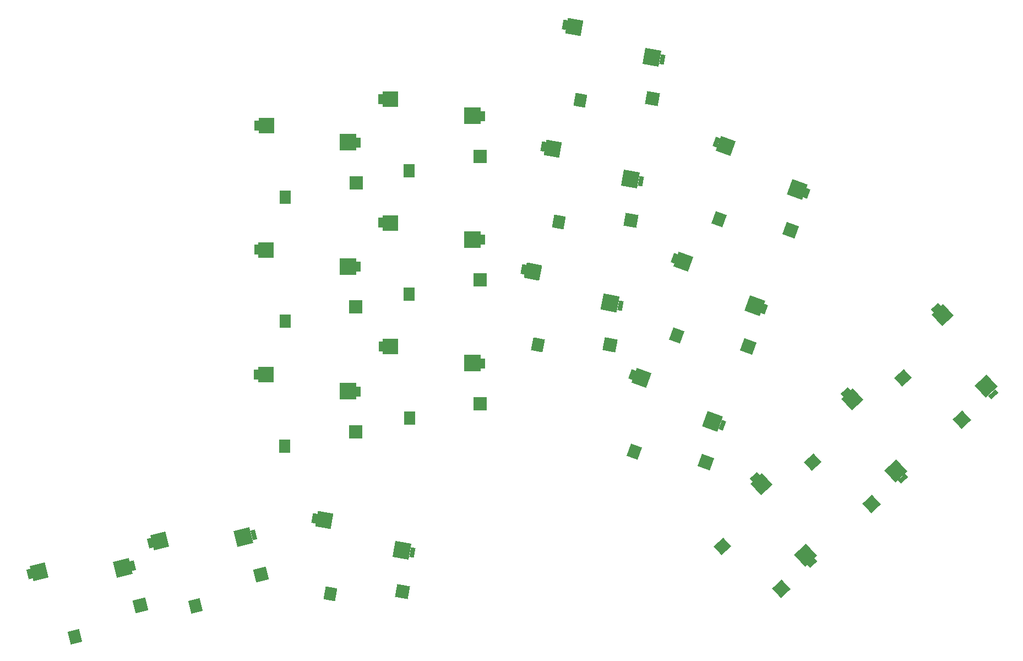
<source format=gbr>
%TF.GenerationSoftware,KiCad,Pcbnew,(6.0.2)*%
%TF.CreationDate,2022-03-03T13:29:24+00:00*%
%TF.ProjectId,yggdrasil,79676764-7261-4736-996c-2e6b69636164,1.0.0*%
%TF.SameCoordinates,Original*%
%TF.FileFunction,Paste,Top*%
%TF.FilePolarity,Positive*%
%FSLAX46Y46*%
G04 Gerber Fmt 4.6, Leading zero omitted, Abs format (unit mm)*
G04 Created by KiCad (PCBNEW (6.0.2)) date 2022-03-03 13:29:24*
%MOMM*%
%LPD*%
G01*
G04 APERTURE LIST*
G04 Aperture macros list*
%AMRotRect*
0 Rectangle, with rotation*
0 The origin of the aperture is its center*
0 $1 length*
0 $2 width*
0 $3 Rotation angle, in degrees counterclockwise*
0 Add horizontal line*
21,1,$1,$2,0,0,$3*%
G04 Aperture macros list end*
%ADD10RotRect,2.000000X2.000000X160.000000*%
%ADD11RotRect,2.400000X2.400000X160.000000*%
%ADD12RotRect,0.700000X1.500000X340.000000*%
%ADD13RotRect,2.500000X2.500000X160.000000*%
%ADD14RotRect,1.800000X2.000000X160.000000*%
%ADD15RotRect,2.000000X2.000000X133.000000*%
%ADD16RotRect,2.400000X2.400000X133.000000*%
%ADD17RotRect,0.700000X1.500000X313.000000*%
%ADD18RotRect,1.800000X2.000000X133.000000*%
%ADD19RotRect,2.500000X2.500000X133.000000*%
%ADD20RotRect,2.400000X2.400000X170.000000*%
%ADD21RotRect,2.000000X2.000000X170.000000*%
%ADD22RotRect,0.700000X1.500000X350.000000*%
%ADD23RotRect,1.800000X2.000000X170.000000*%
%ADD24RotRect,2.500000X2.500000X170.000000*%
%ADD25R,0.700000X1.500000*%
%ADD26R,2.400000X2.400000*%
%ADD27R,2.000000X2.000000*%
%ADD28R,2.500000X2.500000*%
%ADD29R,1.800000X2.000000*%
%ADD30RotRect,2.400000X2.400000X194.000000*%
%ADD31RotRect,0.700000X1.500000X14.000000*%
%ADD32RotRect,2.000000X2.000000X194.000000*%
%ADD33RotRect,1.800000X2.000000X194.000000*%
%ADD34RotRect,2.500000X2.500000X194.000000*%
%ADD35RotRect,0.700000X1.500000X349.000000*%
%ADD36RotRect,2.000000X2.000000X169.000000*%
%ADD37RotRect,2.400000X2.400000X169.000000*%
%ADD38RotRect,2.500000X2.500000X169.000000*%
%ADD39RotRect,1.800000X2.000000X169.000000*%
G04 APERTURE END LIST*
D10*
%TO.C,SW14*%
X190496426Y-104511777D03*
D11*
X180531605Y-91541397D03*
D12*
X179128906Y-91009573D03*
D13*
X191503001Y-98237670D03*
D14*
X179501332Y-102851081D03*
D12*
X192992828Y-98822490D03*
%TD*%
D15*
%TO.C,SW10*%
X215948553Y-110948550D03*
D16*
X212958261Y-94867923D03*
D17*
X211949890Y-93757252D03*
X220755745Y-107012701D03*
D18*
X206905792Y-104477191D03*
D19*
X219693802Y-105815255D03*
%TD*%
D15*
%TO.C,SW15*%
X202046081Y-123933604D03*
D17*
X198047418Y-106742306D03*
D16*
X199055789Y-107852977D03*
D17*
X206853273Y-119997755D03*
D19*
X205791330Y-118800309D03*
D18*
X193003320Y-117462245D03*
%TD*%
D20*
%TO.C,SW3*%
X170235659Y-37568945D03*
D21*
X182301375Y-48611902D03*
D22*
X168761920Y-37288776D03*
D23*
X171184944Y-48885714D03*
D24*
X182203170Y-42258322D03*
D22*
X183771917Y-42575553D03*
%TD*%
D25*
%TO.C,SW6*%
X121368720Y-71823944D03*
D26*
X122868720Y-71843944D03*
D27*
X136668720Y-80623944D03*
D28*
X135468720Y-74383943D03*
D29*
X125768720Y-82823944D03*
D25*
X137068720Y-74423944D03*
%TD*%
D30*
%TO.C,SW16*%
X87968156Y-121325882D03*
D31*
X86507874Y-121669359D03*
D32*
X103482312Y-126506556D03*
D33*
X93438316Y-131278155D03*
D31*
X102370514Y-120393954D03*
D34*
X100808364Y-120742216D03*
%TD*%
D26*
%TO.C,SW7*%
X141978734Y-67699398D03*
D25*
X140478734Y-67679398D03*
D27*
X155778734Y-76479398D03*
D29*
X144878734Y-78679398D03*
D25*
X156178734Y-70279398D03*
D28*
X154578734Y-70239397D03*
%TD*%
D32*
%TO.C,SW17*%
X122036695Y-121782226D03*
D31*
X105062257Y-116945029D03*
D30*
X106522539Y-116601552D03*
D31*
X120924897Y-115669624D03*
D34*
X119362747Y-116017886D03*
D33*
X111992699Y-126553825D03*
%TD*%
D22*
%TO.C,SW8*%
X165462600Y-56000119D03*
D21*
X179002055Y-67323245D03*
D20*
X166936339Y-56280288D03*
D22*
X180472597Y-61286896D03*
D24*
X178903850Y-60969665D03*
D23*
X167885624Y-67597057D03*
%TD*%
D21*
%TO.C,SW18*%
X143844548Y-124397793D03*
D22*
X130305093Y-113074667D03*
D20*
X131778832Y-113354836D03*
D23*
X132728117Y-124671605D03*
D22*
X145315090Y-118361444D03*
D24*
X143746343Y-118044213D03*
%TD*%
D27*
%TO.C,SW2*%
X155776094Y-57490457D03*
D26*
X141976094Y-48710457D03*
D25*
X140476094Y-48690457D03*
D29*
X144876094Y-59690457D03*
D25*
X156176094Y-51290457D03*
D28*
X154576094Y-51250456D03*
%TD*%
D35*
%TO.C,SW13*%
X162424241Y-74846350D03*
D36*
X175764018Y-86404046D03*
D37*
X163892866Y-75152196D03*
D38*
X175776714Y-80049721D03*
D35*
X177339685Y-80394281D03*
D39*
X164644502Y-86483808D03*
%TD*%
D26*
%TO.C,SW1*%
X122883443Y-52756516D03*
D25*
X121383443Y-52736516D03*
D27*
X136683443Y-61536516D03*
D25*
X137083443Y-55336516D03*
D29*
X125783443Y-63736516D03*
D28*
X135483443Y-55296515D03*
%TD*%
D12*
%TO.C,SW9*%
X185625983Y-73166718D03*
D11*
X187028682Y-73698542D03*
D10*
X196993503Y-86668922D03*
D12*
X199489905Y-80979635D03*
D13*
X198000078Y-80394815D03*
D14*
X185998409Y-85008226D03*
%TD*%
D26*
%TO.C,SW11*%
X122836639Y-91029851D03*
D25*
X121336639Y-91009851D03*
D27*
X136636639Y-99809851D03*
D25*
X137036639Y-93609851D03*
D29*
X125736639Y-102009851D03*
D28*
X135436639Y-93569850D03*
%TD*%
D12*
%TO.C,SW4*%
X192123078Y-55323847D03*
D10*
X203490598Y-68826051D03*
D11*
X193525777Y-55855671D03*
D14*
X192495504Y-67165355D03*
D13*
X204497173Y-62551944D03*
D12*
X205987000Y-63136764D03*
%TD*%
D16*
%TO.C,SW5*%
X226860728Y-81882904D03*
D15*
X229851020Y-97963531D03*
D17*
X225852357Y-80772233D03*
D18*
X220808259Y-91492172D03*
D17*
X234658212Y-94027682D03*
D19*
X233596269Y-92830236D03*
%TD*%
D27*
%TO.C,SW12*%
X155796072Y-95516105D03*
D25*
X140496072Y-86716105D03*
D26*
X141996072Y-86736105D03*
D29*
X144896072Y-97716105D03*
D25*
X156196072Y-89316105D03*
D28*
X154596072Y-89276104D03*
%TD*%
M02*

</source>
